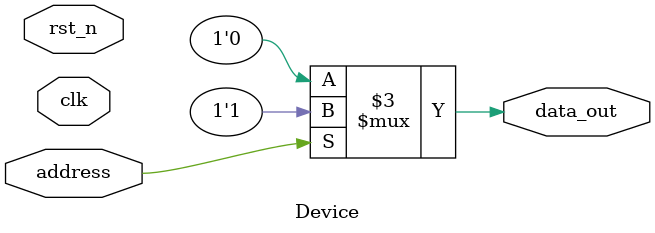
<source format=sv>
module Device (
    input  wire  rst_n,
    input  wire  clk,
    input  wire  address,
    // output wire data_out
    output logic data_out
);

  // assign data_out = address;

  always_comb begin
    if (address) begin
      data_out = 1'b1;
    end else begin
      data_out = 1'b0;
    end
  end

endmodule

</source>
